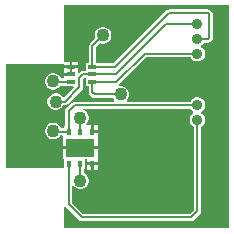
<source format=gbl>
G04*
G04 #@! TF.GenerationSoftware,Altium Limited,Altium Designer,23.8.1 (32)*
G04*
G04 Layer_Physical_Order=2*
G04 Layer_Color=16711680*
%FSLAX44Y44*%
%MOMM*%
G71*
G04*
G04 #@! TF.SameCoordinates,643DEE84-9218-40C6-A46F-D78355EBE29C*
G04*
G04*
G04 #@! TF.FilePolarity,Positive*
G04*
G01*
G75*
%ADD10C,0.2000*%
%ADD22C,0.9000*%
%ADD23C,0.7000*%
%ADD24C,1.1000*%
%ADD25R,0.6500X0.3000*%
%ADD26R,0.4000X0.6000*%
%ADD27R,2.4000X1.5000*%
G36*
X194392Y5608D02*
X55000D01*
Y23745D01*
X55242Y23938D01*
X56837Y23837D01*
X67837Y12837D01*
X67837Y12837D01*
X68829Y12174D01*
X70000Y11941D01*
X163000D01*
X163000Y11941D01*
X164170Y12174D01*
X165163Y12837D01*
X170163Y17837D01*
X170826Y18829D01*
X171059Y20000D01*
X171059Y20000D01*
Y91760D01*
X171991Y92299D01*
X173201Y93509D01*
X174057Y94991D01*
X174500Y96644D01*
Y98356D01*
X174057Y100009D01*
X173201Y101491D01*
X171991Y102701D01*
X171445Y103017D01*
Y104483D01*
X171991Y104799D01*
X173201Y106009D01*
X174057Y107491D01*
X174500Y109144D01*
Y110856D01*
X174057Y112509D01*
X173201Y113991D01*
X171991Y115201D01*
X170509Y116057D01*
X168856Y116500D01*
X167144D01*
X165491Y116057D01*
X164009Y115201D01*
X162799Y113991D01*
X162260Y113059D01*
X108754D01*
X108228Y114329D01*
X108601Y114702D01*
X109523Y116298D01*
X110000Y118078D01*
Y119922D01*
X109523Y121702D01*
X108601Y123298D01*
X107298Y124601D01*
X105702Y125523D01*
X103922Y126000D01*
X102078D01*
X101860Y125941D01*
X101329Y127114D01*
X101663Y127337D01*
X124767Y150441D01*
X162260D01*
X162799Y149509D01*
X164009Y148299D01*
X165491Y147443D01*
X167144Y147000D01*
X168856D01*
X170509Y147443D01*
X171991Y148299D01*
X173201Y149509D01*
X174057Y150991D01*
X174500Y152644D01*
Y154356D01*
X174057Y156009D01*
X173201Y157491D01*
X171991Y158701D01*
X171445Y159017D01*
Y160483D01*
X171991Y160799D01*
X173201Y162009D01*
X173740Y162941D01*
X176828D01*
X176828Y162941D01*
X177999Y163174D01*
X178991Y163837D01*
X180163Y165009D01*
X180163Y165009D01*
X180826Y166001D01*
X181059Y167172D01*
X181059Y167172D01*
Y186828D01*
X181059Y186828D01*
X180826Y187999D01*
X180163Y188991D01*
X180163Y188991D01*
X178991Y190163D01*
X177999Y190826D01*
X176828Y191059D01*
X176828Y191059D01*
X144000D01*
X142830Y190826D01*
X141837Y190163D01*
X141837Y190163D01*
X97233Y145559D01*
X84250D01*
Y146000D01*
X82059D01*
Y158733D01*
X85696Y162370D01*
X87078Y162000D01*
X88922D01*
X90702Y162477D01*
X92298Y163399D01*
X93601Y164702D01*
X94523Y166298D01*
X95000Y168078D01*
Y169922D01*
X94523Y171702D01*
X93601Y173298D01*
X92298Y174601D01*
X90702Y175523D01*
X88922Y176000D01*
X87078D01*
X85298Y175523D01*
X83702Y174601D01*
X82399Y173298D01*
X81477Y171702D01*
X81000Y169922D01*
Y168078D01*
X81370Y166696D01*
X76837Y162163D01*
X76174Y161171D01*
X75941Y160000D01*
X75941Y160000D01*
Y146000D01*
X73750D01*
Y139059D01*
X71000D01*
X71000Y139059D01*
X69830Y138826D01*
X68837Y138163D01*
X67923Y137249D01*
X66750Y137735D01*
Y141250D01*
X61000D01*
X55250D01*
Y137250D01*
X61000D01*
Y134750D01*
X55250D01*
Y132559D01*
X52561D01*
X52523Y132702D01*
X51601Y134298D01*
X50298Y135601D01*
X48702Y136523D01*
X46922Y137000D01*
X45078D01*
X43298Y136523D01*
X41702Y135601D01*
X40399Y134298D01*
X39477Y132702D01*
X39000Y130922D01*
Y129078D01*
X39477Y127298D01*
X40399Y125702D01*
X41702Y124399D01*
X43298Y123477D01*
X45078Y123000D01*
X46922D01*
X48702Y123477D01*
X50298Y124399D01*
X51601Y125702D01*
X52028Y126441D01*
X55750D01*
Y126000D01*
X63015D01*
X63501Y124827D01*
X55399Y116725D01*
X53820Y116920D01*
X53601Y117298D01*
X52298Y118601D01*
X50702Y119523D01*
X48922Y120000D01*
X47078D01*
X45298Y119523D01*
X43702Y118601D01*
X42399Y117298D01*
X41477Y115702D01*
X41000Y113922D01*
Y112078D01*
X41477Y110298D01*
X42399Y108702D01*
X43702Y107399D01*
X45298Y106477D01*
X47078Y106000D01*
X48922D01*
X50702Y106477D01*
X52298Y107399D01*
X53601Y108702D01*
X54317Y109941D01*
X56000D01*
X56000Y109941D01*
X57171Y110174D01*
X58163Y110837D01*
X70306Y122980D01*
X70306Y122980D01*
X70969Y123972D01*
X71202Y125143D01*
X71202Y125143D01*
Y131876D01*
X72267Y132941D01*
X73750D01*
Y126000D01*
X75941D01*
Y121000D01*
X75941Y121000D01*
X76174Y119830D01*
X76837Y118837D01*
X78837Y116837D01*
X78837Y116837D01*
X79830Y116174D01*
X81000Y115941D01*
X81000Y115941D01*
X96683D01*
X97399Y114702D01*
X97772Y114329D01*
X97246Y113059D01*
X64000D01*
X62829Y112826D01*
X61837Y112163D01*
X61837Y112163D01*
X56837Y107163D01*
X56174Y106171D01*
X55941Y105000D01*
X55941Y105000D01*
Y92500D01*
X55000D01*
Y90559D01*
X52561D01*
X52523Y90702D01*
X51601Y92298D01*
X50298Y93601D01*
X48702Y94523D01*
X46922Y95000D01*
X45078D01*
X43298Y94523D01*
X41702Y93601D01*
X40399Y92298D01*
X39477Y90702D01*
X39000Y88922D01*
Y87078D01*
X39477Y85298D01*
X40399Y83702D01*
X41702Y82399D01*
X43298Y81477D01*
X45078Y81000D01*
X46922D01*
X48702Y81477D01*
X50298Y82399D01*
X51601Y83702D01*
X52028Y84441D01*
X53413D01*
X54500Y84000D01*
Y75250D01*
X69000D01*
X83500D01*
Y82000D01*
Y86250D01*
X79000D01*
Y87500D01*
X77750D01*
Y93000D01*
X74696D01*
X73936Y94036D01*
X74601Y94702D01*
X75523Y96298D01*
X76000Y98078D01*
Y99922D01*
X75523Y101702D01*
X74601Y103298D01*
X73298Y104601D01*
X71702Y105523D01*
X71148Y105671D01*
X71316Y106941D01*
X162260D01*
X162799Y106009D01*
X164009Y104799D01*
X164555Y104483D01*
Y103017D01*
X164009Y102701D01*
X162799Y101491D01*
X161943Y100009D01*
X161500Y98356D01*
Y96644D01*
X161943Y94991D01*
X162799Y93509D01*
X164009Y92299D01*
X164941Y91760D01*
Y21267D01*
X161733Y18059D01*
X71267D01*
X62059Y27267D01*
Y41483D01*
X63329Y41823D01*
X63399Y41702D01*
X64702Y40399D01*
X66298Y39477D01*
X68078Y39000D01*
X69922D01*
X71702Y39477D01*
X73298Y40399D01*
X74601Y41702D01*
X75523Y43298D01*
X76000Y45078D01*
Y46922D01*
X75523Y48702D01*
X74601Y50298D01*
X73298Y51601D01*
X72059Y52317D01*
Y55500D01*
X73000D01*
Y64000D01*
X74500D01*
Y61750D01*
X79000D01*
X83500D01*
Y64000D01*
Y72750D01*
X69000D01*
X54500D01*
Y64000D01*
X55000D01*
Y57000D01*
X5608D01*
Y145000D01*
X55000D01*
X55250Y143834D01*
Y143750D01*
X59750D01*
Y146500D01*
X55250D01*
X55000Y147667D01*
Y194392D01*
X194392D01*
Y5608D01*
D02*
G37*
%LPC*%
G36*
X62250Y146500D02*
Y143750D01*
X66750D01*
Y146500D01*
X62250D01*
D02*
G37*
G36*
X83500Y93000D02*
X80250D01*
Y88750D01*
X83500D01*
Y93000D01*
D02*
G37*
G36*
Y59250D02*
X80250D01*
Y55000D01*
X83500D01*
Y59250D01*
D02*
G37*
G36*
X77750D02*
X74500D01*
Y55000D01*
X77750D01*
Y59250D01*
D02*
G37*
%LPD*%
D10*
X59000Y26000D02*
X70000Y15000D01*
X163000D01*
X168000Y20000D01*
X85000Y47000D02*
X85000D01*
X79000Y53000D02*
X85000Y47000D01*
X79000Y53000D02*
Y60500D01*
Y121000D02*
Y128000D01*
X79000Y128000D01*
Y129500D01*
X79000Y121000D02*
X81000Y119000D01*
X103000D01*
X59000Y90500D02*
Y105000D01*
X64000Y110000D02*
X168000D01*
X59000Y105000D02*
X64000Y110000D01*
X69000Y87500D02*
Y99000D01*
X79000Y142500D02*
Y160000D01*
X88000Y169000D01*
X46000Y88000D02*
X46500Y87500D01*
X59000D01*
X61000Y156000D02*
X61000Y156000D01*
Y142500D02*
Y156000D01*
Y136000D02*
Y142500D01*
X46500Y129500D02*
X61000D01*
X46000Y130000D02*
X46500Y129500D01*
X48000Y113000D02*
X56000D01*
X68143Y125143D02*
Y133143D01*
X56000Y113000D02*
X68143Y125143D01*
Y133143D02*
X71000Y136000D01*
X99000D01*
X69000Y46000D02*
Y60500D01*
X168000Y20000D02*
Y97500D01*
X59000Y26000D02*
Y60500D01*
X168000Y166000D02*
X176828D01*
Y188000D02*
X178000Y186828D01*
X176828Y166000D02*
X178000Y167172D01*
X144000Y188000D02*
X176828D01*
X178000Y167172D02*
Y186828D01*
X79000Y129500D02*
X99500D01*
X123500Y153500D02*
X168000D01*
X99500Y129500D02*
X123500Y153500D01*
X98500Y142500D02*
X144000Y188000D01*
X79000Y142500D02*
X98500D01*
X99000Y136000D02*
X141500Y178500D01*
X168000D01*
X59000Y90500D02*
X59000Y90500D01*
X59000Y87500D02*
Y90500D01*
D22*
X168000Y97500D02*
D03*
Y110000D02*
D03*
Y166000D02*
D03*
Y178500D02*
D03*
Y153500D02*
D03*
D23*
X35000Y100000D02*
D03*
X10000Y135000D02*
D03*
Y65000D02*
D03*
X155000D02*
D03*
X95000Y155000D02*
D03*
X65000Y175000D02*
D03*
X135000Y65000D02*
D03*
Y80000D02*
D03*
Y95000D02*
D03*
Y125000D02*
D03*
Y140000D02*
D03*
X75000Y185000D02*
D03*
X45000Y65000D02*
D03*
X65000Y10000D02*
D03*
X180000Y20000D02*
D03*
Y35000D02*
D03*
Y50000D02*
D03*
Y65000D02*
D03*
D24*
X85000Y47000D02*
D03*
X103000Y119000D02*
D03*
X69000Y99000D02*
D03*
X88000Y169000D02*
D03*
X61000Y156000D02*
D03*
X48000Y113000D02*
D03*
X46000Y130000D02*
D03*
Y88000D02*
D03*
X69000Y46000D02*
D03*
D25*
X61000Y142500D02*
D03*
Y136000D02*
D03*
Y129500D02*
D03*
X79000Y142500D02*
D03*
Y136000D02*
D03*
Y129500D02*
D03*
D26*
X79000Y60500D02*
D03*
X69000D02*
D03*
X59000D02*
D03*
X79000Y87500D02*
D03*
X69000D02*
D03*
X59000D02*
D03*
D27*
X69000Y74000D02*
D03*
M02*

</source>
